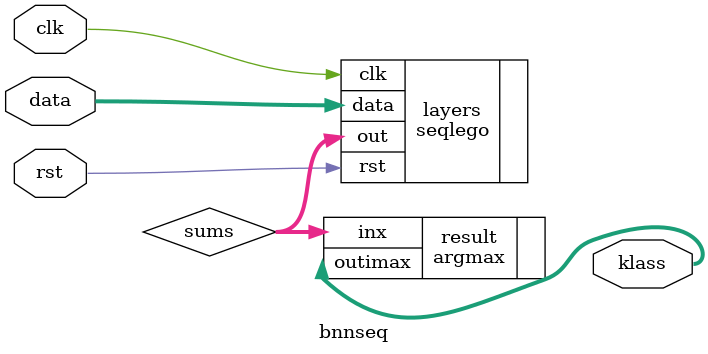
<source format=v>
`ifndef DUTNAME
`define DUTNAME bnnseq
parameter N = 4;
parameter B = 4;
parameter M = 4;
parameter C = 4;
`define WEIGHTS0 0
`define WEIGHTS1 0
`else
    `include `BSTRINGS
`endif
module `DUTNAME #(
`ifdef PARAMS
`include `PARAMS
`endif
  ) (
  input clk,
  input rst,
  input [N*B-1:0] data,
  output [$clog2(C)-1:0] klass
  );

  localparam Weights0 = `WEIGHTS0 ;
  localparam Weights1 = `WEIGHTS1 ;

  localparam SumL = $clog2(M+1);
  wire [SumL*C-1:0] sums;

  seqlego #(.N(N),.B(B),.M(M),.C(C),.Weights0(Weights0),.Weights1(Weights1)) layers (
    .clk(clk),
    .rst(rst),
    .data(data),
    .out(sums)
  );

  argmax #(.N(C),.I($clog2(C)),.K(SumL)) result (
     .inx(sums),
     .outimax(klass)
  );

endmodule

</source>
